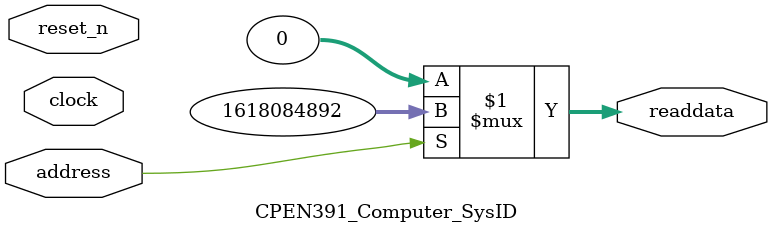
<source format=v>



// synthesis translate_off
`timescale 1ns / 1ps
// synthesis translate_on

// turn off superfluous verilog processor warnings 
// altera message_level Level1 
// altera message_off 10034 10035 10036 10037 10230 10240 10030 

module CPEN391_Computer_SysID (
               // inputs:
                address,
                clock,
                reset_n,

               // outputs:
                readdata
             )
;

  output  [ 31: 0] readdata;
  input            address;
  input            clock;
  input            reset_n;

  wire    [ 31: 0] readdata;
  //control_slave, which is an e_avalon_slave
  assign readdata = address ? 1618084892 : 0;

endmodule



</source>
